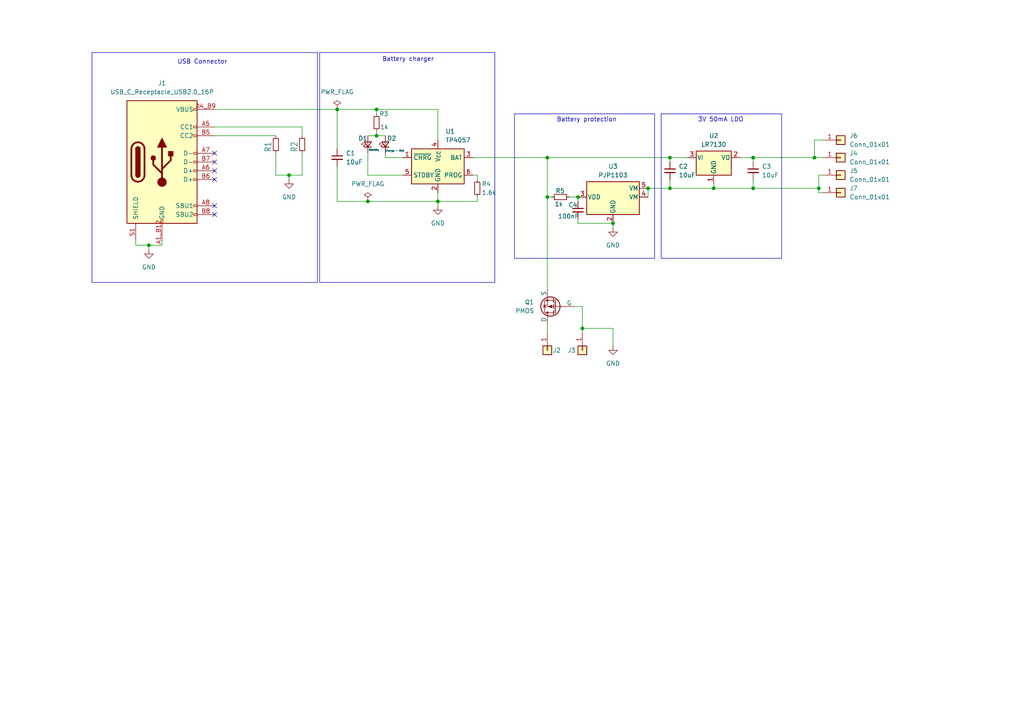
<source format=kicad_sch>
(kicad_sch (version 20231120) (generator "eeschema") (generator_version "8.0")
  (paper "A4")
  (lib_symbols
    (symbol "Battery_Management:TP4057"
      (property "Reference" "U" (at -6.35 6.604 0))
      (property "Value" "TP4057" (at 1.524 6.604 0))
      (symbol "TP4057_0_1"
        (rectangle (start -7.62 5.08) (end 7.62 -5.08) (stroke (width 0.254)) (fill (type background)))
      )
      (symbol "TP4057_1_1"
        (pin open_collector line (at -10.16 2.54 0) (length 2.54) (name "~{CHRG}") (number "1"))
        (pin power_in line (at 0 -7.62 90) (length 2.54) (name "GND") (number "2"))
        (pin power_out line (at 10.16 2.54 180) (length 2.54) (name "BAT") (number "3"))
        (pin power_in line (at 0 7.62 270) (length 2.54) (name "V_{CC}") (number "4"))
        (pin open_collector line (at -10.16 -2.54 0) (length 2.54) (name "STDBY") (number "5"))
        (pin passive line (at 10.16 -2.54 180) (length 2.54) (name "PROG") (number "6"))
      )
    )
    (symbol "Connector_Generic:Conn_01x01" (pin_names (offset 1.016) hide)
      (property "Reference" "J" (at 0 2.54 0))
      (property "Value" "Conn_01x01" (at 0 -2.54 0))
      (symbol "Conn_01x01_1_1"
        (rectangle (start -1.27 0.127) (end 0 -0.127) (stroke (width 0.1524)))
        (rectangle (start -1.27 1.27) (end 1.27 -1.27) (stroke (width 0.254)) (fill (type background)))
        (pin passive line (at -5.08 0 0) (length 3.81) (name "Pin_1") (number "1"))
      )
    )
    (symbol "Device:C_Small" (pin_numbers hide) (pin_names (offset 0.254) hide)
      (property "Reference" "C" (at 0.254 1.778 0))
      (property "Value" "C_Small" (at 0.254 -2.032 0))
      (symbol "C_Small_0_1"
        (polyline (pts (xy -1.524 -0.508) (xy 1.524 -0.508)) (stroke (width 0.3302)))
        (polyline (pts (xy -1.524 0.508) (xy 1.524 0.508)) (stroke (width 0.3048)))
      )
      (symbol "C_Small_1_1"
        (pin passive line (at 0 2.54 270) (length 2.032) (name "~") (number "1"))
        (pin passive line (at 0 -2.54 90) (length 2.032) (name "~") (number "2"))
      )
    )
    (symbol "Device:LED_Small" (pin_numbers hide) (pin_names (offset 0.254) hide)
      (property "Reference" "D" (at -1.27 3.175 0))
      (property "Value" "LED_Small" (at -4.445 -2.54 0))
      (symbol "LED_Small_0_1"
        (polyline (pts (xy -0.762 -1.016) (xy -0.762 1.016)) (stroke (width 0.254)))
        (polyline (pts (xy 1.016 0) (xy -0.762 0)))
        (polyline (pts (xy 0.762 -1.016) (xy -0.762 0) (xy 0.762 1.016) (xy 0.762 -1.016)) (stroke (width 0.254)))
        (polyline (pts (xy 0 0.762) (xy -0.508 1.27) (xy -0.254 1.27) (xy -0.508 1.27) (xy -0.508 1.016)))
        (polyline (pts (xy 0.508 1.27) (xy 0 1.778) (xy 0.254 1.778) (xy 0 1.778) (xy 0 1.524)))
      )
      (symbol "LED_Small_1_1"
        (pin passive line (at -2.54 0 0) (length 1.778) (name "K") (number "1"))
        (pin passive line (at 2.54 0 180) (length 1.778) (name "A") (number "2"))
      )
    )
    (symbol "Device:R_Small" (pin_numbers hide) (pin_names (offset 0.254) hide)
      (property "Reference" "R" (at 0.762 0.508 0))
      (property "Value" "R_Small" (at 0.762 -1.016 0))
      (symbol "R_Small_0_1"
        (rectangle (start -0.762 1.778) (end 0.762 -1.778) (stroke (width 0.2032)))
      )
      (symbol "R_Small_1_1"
        (pin passive line (at 0 2.54 270) (length 0.762) (name "~") (number "1"))
        (pin passive line (at 0 -2.54 90) (length 0.762) (name "~") (number "2"))
      )
    )
    (symbol "Enerwize:DEALON USB-TYPE-C-016" (pin_names (offset 1.016))
      (property "Reference" "J" (at 0 22.225 0))
      (property "Value" "DEALON USB-TYPE-C-016" (at 0 19.685 0))
      (symbol "DEALON USB-TYPE-C-016_0_0"
        (rectangle (start -0.254 -17.78) (end 0.254 -16.764))
        (rectangle (start 10.16 -14.986) (end 9.144 -15.494))
        (rectangle (start 10.16 -12.446) (end 9.144 -12.954))
        (rectangle (start 10.16 -4.826) (end 9.144 -5.334))
        (rectangle (start 10.16 -2.286) (end 9.144 -2.794))
        (rectangle (start 10.16 0.254) (end 9.144 -0.254))
        (rectangle (start 10.16 2.794) (end 9.144 2.286))
        (rectangle (start 10.16 7.874) (end 9.144 7.366))
        (rectangle (start 10.16 10.414) (end 9.144 9.906))
        (rectangle (start 10.16 15.494) (end 9.144 14.986))
      )
      (symbol "DEALON USB-TYPE-C-016_0_1"
        (rectangle (start -10.16 17.78) (end 10.16 -17.78) (stroke (width 0.254)) (fill (type background)))
        (arc (start -8.89 -3.81) (mid -6.985 -5.7067) (end -5.08 -3.81) (stroke (width 0.508)))
        (arc (start -7.62 -3.81) (mid -6.985 -4.4423) (end -6.35 -3.81) (stroke (width 0.254)))
        (arc (start -7.62 -3.81) (mid -6.985 -4.4423) (end -6.35 -3.81) (stroke (width 0.254)) (fill (type outline)))
        (rectangle (start -7.62 -3.81) (end -6.35 3.81) (stroke (width 0.254)) (fill (type outline)))
        (arc (start -6.35 3.81) (mid -6.985 4.4423) (end -7.62 3.81) (stroke (width 0.254)))
        (arc (start -6.35 3.81) (mid -6.985 4.4423) (end -7.62 3.81) (stroke (width 0.254)) (fill (type outline)))
        (arc (start -5.08 3.81) (mid -6.985 5.7067) (end -8.89 3.81) (stroke (width 0.508)))
        (circle (center -2.54 1.143) (radius 0.635) (stroke (width 0.254)) (fill (type outline)))
        (circle (center 0 -5.842) (radius 1.27) (fill (type outline)))
        (polyline (pts (xy -8.89 -3.81) (xy -8.89 3.81)) (stroke (width 0.508)))
        (polyline (pts (xy -5.08 3.81) (xy -5.08 -3.81)) (stroke (width 0.508)))
        (polyline (pts (xy 0 -5.842) (xy 0 4.318)) (stroke (width 0.508)))
        (polyline (pts (xy 0 -3.302) (xy -2.54 -0.762) (xy -2.54 0.508)) (stroke (width 0.508)))
        (polyline (pts (xy 0 -2.032) (xy 2.54 0.508) (xy 2.54 1.778)) (stroke (width 0.508)))
        (polyline (pts (xy -1.27 4.318) (xy 0 6.858) (xy 1.27 4.318) (xy -1.27 4.318)) (stroke (width 0.254)) (fill (type outline)))
        (rectangle (start 1.905 1.778) (end 3.175 3.048) (stroke (width 0.254)) (fill (type outline)))
      )
      (symbol "DEALON USB-TYPE-C-016_1_1"
        (pin passive line (at 0 -22.86 90) (length 5.08) (name "GND") (number "A1_B12"))
        (pin passive line (at 15.24 15.24 180) (length 5.08) (name "VBUS") (number "A4_B9"))
        (pin bidirectional line (at 15.24 10.16 180) (length 5.08) (name "CC1") (number "A5"))
        (pin bidirectional line (at 15.24 -2.54 180) (length 5.08) (name "D+") (number "A6"))
        (pin bidirectional line (at 15.24 2.54 180) (length 5.08) (name "D-") (number "A7"))
        (pin bidirectional line (at 15.24 -12.7 180) (length 5.08) (name "SBU1") (number "A8"))
        (pin passive line (at 0 -22.86 90) (length 5.08) hide (name "GND") (number "B1_A12"))
        (pin passive line (at 15.24 15.24 180) (length 5.08) hide (name "VBUS") (number "B4_A9"))
        (pin bidirectional line (at 15.24 7.62 180) (length 5.08) (name "CC2") (number "B5"))
        (pin bidirectional line (at 15.24 -5.08 180) (length 5.08) (name "D+") (number "B6"))
        (pin bidirectional line (at 15.24 0 180) (length 5.08) (name "D-") (number "B7"))
        (pin bidirectional line (at 15.24 -15.24 180) (length 5.08) (name "SBU2") (number "B8"))
        (pin passive line (at -7.62 -22.86 90) (length 5.08) (name "SHIELD") (number "S1"))
      )
    )
    (symbol "Enerwize:PJP1103" (pin_names (offset 0.254))
      (property "Reference" "U" (at -6.35 5.715 0))
      (property "Value" "PJP1103" (at 0 5.715 0))
      (symbol "PJP1103_0_1"
        (rectangle (start -7.62 4.445) (end 7.62 -5.08) (stroke (width 0.254)) (fill (type background)))
      )
      (symbol "PJP1103_1_1"
        (pin no_connect line (at -10.16 2.54 0) (length 2.54) hide (name "NC") (number "1"))
        (pin power_in line (at 0 -7.62 90) (length 2.54) (name "GND") (number "2"))
        (pin power_in line (at -10.16 0 0) (length 2.54) (name "VDD") (number "3"))
        (pin power_out line (at 10.16 0 180) (length 2.54) (name "VM") (number "4"))
        (pin power_out line (at 10.16 2.54 180) (length 2.54) (name "VM") (number "5"))
      )
    )
    (symbol "Regulator_Linear:TPS7A0530PDBZ" (pin_names (offset 0.254))
      (property "Reference" "U" (at -3.81 3.175 0))
      (property "Value" "TPS7A0530PDBZ" (at 0 3.175 0))
      (symbol "TPS7A0530PDBZ_0_1"
        (rectangle (start -5.08 -5.08) (end 5.08 1.905) (stroke (width 0.254)) (fill (type background)))
      )
      (symbol "TPS7A0530PDBZ_1_1"
        (pin power_in line (at 0 -7.62 90) (length 2.54) (name "GND") (number "1"))
        (pin power_out line (at 7.62 0 180) (length 2.54) (name "VO") (number "2"))
        (pin power_in line (at -7.62 0 0) (length 2.54) (name "VI") (number "3"))
      )
    )
    (symbol "Simulation_SPICE:PMOS" (pin_numbers hide) (pin_names (offset 0))
      (property "Reference" "Q1" (at 6.35 -1.2701 0))
      (property "Value" "PMOS" (at 6.35 1.2699 0))
      (symbol "PMOS_0_1"
        (polyline (pts (xy 0.254 0) (xy -2.54 0)))
        (polyline (pts (xy 0.254 1.905) (xy 0.254 -1.905)) (stroke (width 0.254)))
        (polyline (pts (xy 0.762 -1.27) (xy 0.762 -2.286)) (stroke (width 0.254)))
        (polyline (pts (xy 0.762 0.508) (xy 0.762 -0.508)) (stroke (width 0.254)))
        (polyline (pts (xy 0.762 2.286) (xy 0.762 1.27)) (stroke (width 0.254)))
        (polyline (pts (xy 2.54 2.54) (xy 2.54 1.778)))
        (polyline (pts (xy 2.54 -2.54) (xy 2.54 0) (xy 0.762 0)))
        (polyline (pts (xy 0.762 1.778) (xy 3.302 1.778) (xy 3.302 -1.778) (xy 0.762 -1.778)))
        (polyline (pts (xy 2.286 0) (xy 1.27 0.381) (xy 1.27 -0.381) (xy 2.286 0)) (fill (type outline)))
        (polyline (pts (xy 2.794 -0.508) (xy 2.921 -0.381) (xy 3.683 -0.381) (xy 3.81 -0.254)))
        (polyline (pts (xy 3.302 -0.381) (xy 2.921 0.254) (xy 3.683 0.254) (xy 3.302 -0.381)))
        (circle (center 1.651 0) (radius 2.794) (stroke (width 0.254)))
        (circle (center 2.54 -1.778) (radius 0.254) (fill (type outline)))
        (circle (center 2.54 1.778) (radius 0.254) (fill (type outline)))
      )
      (symbol "PMOS_1_1"
        (pin input line (at -5.08 0 0) (length 2.54) (name "G") (number "1"))
        (pin passive line (at 2.54 -5.08 90) (length 2.54) (name "S") (number "2"))
        (pin passive line (at 2.54 5.08 270) (length 2.54) (name "D") (number "3"))
      )
    )
    (symbol "power:GND" (power) (pin_numbers hide) (pin_names (offset 0) hide)
      (property "Value" "GND" (at 0 -3.81 0))
      (symbol "GND_0_1"
        (polyline (pts (xy 0 0) (xy 0 -1.27) (xy 1.27 -1.27) (xy 0 -2.54) (xy -1.27 -1.27) (xy 0 -1.27)))
      )
      (symbol "GND_1_1"
        (pin power_in line (at 0 0 270) (length 0) (name "~") (number "1"))
      )
    )
    (symbol "power:PWR_FLAG" (power) (pin_numbers hide) (pin_names (offset 0) hide)
      (property "Value" "PWR_FLAG" (at 0 3.81 0))
      (symbol "PWR_FLAG_0_0"
        (pin power_out line (at 0 0 90) (length 0) (name "~") (number "1"))
      )
      (symbol "PWR_FLAG_0_1"
        (polyline (pts (xy 0 0) (xy 0 1.27) (xy -1.016 1.905) (xy 0 2.54) (xy 1.016 1.905) (xy 0 1.27)))
      )
    )
  )
  (junction (at 168.91 95.25))
  (junction (at 237.49 54.61))
  (junction (at 43.18 71.12))
  (junction (at 109.22 39.37))
  (junction (at 83.82 50.8))
  (junction (at 194.31 45.72))
  (junction (at 194.31 54.61))
  (junction (at 158.75 57.15))
  (junction (at 127 58.42))
  (junction (at 218.44 54.61))
  (junction (at 207.01 54.61))
  (junction (at 218.44 45.72))
  (junction (at 236.22 45.72))
  (junction (at 106.68 58.42))
  (junction (at 187.96 54.61))
  (junction (at 109.22 31.75))
  (junction (at 158.75 45.72))
  (junction (at 167.64 57.15))
  (junction (at 97.79 31.75))
  (junction (at 177.8 64.77))
  (no_connect (at 62.23 49.53))
  (no_connect (at 62.23 44.45))
  (no_connect (at 62.23 46.99))
  (no_connect (at 62.23 62.23))
  (no_connect (at 62.23 52.07))
  (no_connect (at 62.23 59.69))
  (wire (pts (xy 111.76 45.72) (xy 116.84 45.72)))
  (wire (pts (xy 62.23 39.37) (xy 80.01 39.37)))
  (wire (pts (xy 237.49 54.61) (xy 237.49 50.8)))
  (wire (pts (xy 109.22 31.75) (xy 127 31.75)))
  (wire (pts (xy 167.64 57.15) (xy 165.1 57.15)))
  (wire (pts (xy 106.68 58.42) (xy 127 58.42)))
  (wire (pts (xy 106.68 50.8) (xy 106.68 44.45)))
  (wire (pts (xy 194.31 45.72) (xy 194.31 46.99)))
  (wire (pts (xy 43.18 71.12) (xy 43.18 72.39)))
  (wire (pts (xy 80.01 50.8) (xy 83.82 50.8)) (stroke (width 0.1524)))
  (wire (pts (xy 236.22 45.72) (xy 238.76 45.72)))
  (wire (pts (xy 236.22 40.64) (xy 236.22 45.72)))
  (wire (pts (xy 83.82 50.8) (xy 87.63 50.8)) (stroke (width 0.1524)))
  (wire (pts (xy 168.91 88.9) (xy 166.37 88.9)))
  (wire (pts (xy 177.8 66.04) (xy 177.8 64.77)))
  (wire (pts (xy 137.16 45.72) (xy 158.75 45.72)))
  (wire (pts (xy 168.91 96.52) (xy 168.91 95.25)))
  (wire (pts (xy 109.22 39.37) (xy 109.22 38.1)))
  (wire (pts (xy 111.76 44.45) (xy 111.76 45.72)))
  (wire (pts (xy 158.75 57.15) (xy 158.75 83.82)))
  (wire (pts (xy 187.96 54.61) (xy 187.96 57.15)))
  (wire (pts (xy 194.31 52.07) (xy 194.31 54.61)))
  (wire (pts (xy 138.43 50.8) (xy 138.43 52.07)))
  (wire (pts (xy 167.64 64.77) (xy 177.8 64.77)))
  (wire (pts (xy 87.63 44.45) (xy 87.63 46.99)))
  (wire (pts (xy 238.76 40.64) (xy 236.22 40.64)))
  (wire (pts (xy 177.8 95.25) (xy 168.91 95.25)))
  (wire (pts (xy 218.44 52.07) (xy 218.44 54.61)))
  (wire (pts (xy 218.44 54.61) (xy 237.49 54.61)))
  (wire (pts (xy 138.43 57.15) (xy 138.43 58.42)))
  (wire (pts (xy 62.23 31.75) (xy 97.79 31.75)))
  (wire (pts (xy 207.01 53.34) (xy 207.01 54.61)))
  (wire (pts (xy 218.44 54.61) (xy 207.01 54.61)))
  (wire (pts (xy 177.8 100.33) (xy 177.8 95.25)))
  (wire (pts (xy 127 59.69) (xy 127 58.42)))
  (wire (pts (xy 106.68 39.37) (xy 109.22 39.37)))
  (wire (pts (xy 237.49 50.8) (xy 238.76 50.8)))
  (wire (pts (xy 97.79 48.26) (xy 97.79 58.42)))
  (wire (pts (xy 158.75 93.98) (xy 158.75 96.52)))
  (wire (pts (xy 158.75 45.72) (xy 158.75 57.15)))
  (wire (pts (xy 187.96 54.61) (xy 194.31 54.61)))
  (wire (pts (xy 62.23 36.83) (xy 87.63 36.83)))
  (wire (pts (xy 160.02 57.15) (xy 158.75 57.15)))
  (wire (pts (xy 138.43 58.42) (xy 127 58.42)))
  (wire (pts (xy 87.63 36.83) (xy 87.63 39.37)))
  (wire (pts (xy 194.31 45.72) (xy 158.75 45.72)))
  (wire (pts (xy 167.64 57.15) (xy 167.64 58.42)))
  (wire (pts (xy 39.37 71.12) (xy 43.18 71.12)))
  (wire (pts (xy 194.31 45.72) (xy 199.39 45.72)))
  (wire (pts (xy 80.01 44.45) (xy 80.01 46.99)))
  (wire (pts (xy 97.79 31.75) (xy 109.22 31.75)))
  (wire (pts (xy 168.91 95.25) (xy 168.91 88.9)))
  (wire (pts (xy 127 55.88) (xy 127 58.42)))
  (wire (pts (xy 46.99 69.85) (xy 46.99 71.12)))
  (wire (pts (xy 218.44 45.72) (xy 236.22 45.72)))
  (wire (pts (xy 87.63 46.99) (xy 87.63 50.8)) (stroke (width 0.1524)))
  (wire (pts (xy 218.44 45.72) (xy 218.44 46.99)))
  (wire (pts (xy 109.22 39.37) (xy 111.76 39.37)))
  (wire (pts (xy 109.22 31.75) (xy 109.22 33.02)))
  (wire (pts (xy 97.79 31.75) (xy 97.79 43.18)))
  (wire (pts (xy 194.31 54.61) (xy 207.01 54.61)))
  (wire (pts (xy 214.63 45.72) (xy 218.44 45.72)))
  (wire (pts (xy 97.79 58.42) (xy 106.68 58.42)))
  (wire (pts (xy 39.37 69.85) (xy 39.37 71.12)))
  (wire (pts (xy 43.18 71.12) (xy 46.99 71.12)))
  (wire (pts (xy 167.64 64.77) (xy 167.64 63.5)))
  (wire (pts (xy 237.49 55.88) (xy 237.49 54.61)))
  (wire (pts (xy 127 31.75) (xy 127 40.64)))
  (wire (pts (xy 137.16 50.8) (xy 138.43 50.8)))
  (wire (pts (xy 80.01 50.8) (xy 80.01 46.99)) (stroke (width 0.1524)))
  (wire (pts (xy 106.68 50.8) (xy 116.84 50.8)))
  (wire (pts (xy 237.49 55.88) (xy 238.76 55.88)))
  (wire (pts (xy 83.82 52.07) (xy 83.82 50.8)))
  (rectangle (start 191.77 33.02) (end 226.695 74.93))
  (rectangle (start 92.71 15.24) (end 143.51 81.915))
  (rectangle (start 149.225 33.02) (end 189.865 74.93))
  (rectangle (start 26.67 15.24) (end 92.075 81.915))
  (text "USB Connector" (at 58.674 18.034 0) (effects (font (size 1.27 1.27))))
  (text "3V 50mA LDO" (at 209.042 34.798 0) (effects (font (size 1.27 1.27))))
  (text "Battery protection" (at 170.18 34.798 0) (effects (font (size 1.27 1.27))))
  (text "Battery charger" (at 118.364 17.272 0) (effects (font (size 1.27 1.27))))
  (symbol (lib_id "Connector_Generic:Conn_01x01") (at 243.84 55.88 0) (unit 1) (in_bom no)
    (property "Reference" "J7" (at 246.38 54.6099 0) (effects (justify left)))
    (property "Value" "Conn_01x01" (at 246.38 57.1499 0) (effects (justify left)))
    (property "Footprint" "Connector_Wire:SolderWirePad_1x01_SMD_1x2mm" (effects (hide yes)))
    (property "Description" "Generic connector, single row, 01x01, script generated (kicad-library-utils/schlib/autogen/connector/)" (effects (hide yes)))
    (property "LCSC Part #" "C2979182" (effects (hide yes)))
  )
  (symbol (lib_id "power:GND") (at 177.8 100.33 0) (unit 1)
    (property "Reference" "#PWR04" (effects (hide yes)))
    (property "Value" "GND" (at 177.8 105.41 0))
    (property "Description" "Power symbol creates a global label with name \"GND\" , ground" (effects (hide yes)))
  )
  (symbol (lib_id "power:GND") (at 83.82 52.07 0) (unit 1)
    (property "Reference" "#PWR02" (effects (hide yes)))
    (property "Value" "GND" (at 83.82 57.15 0))
    (property "Description" "Power symbol creates a global label with name \"GND\" , ground" (effects (hide yes)))
  )
  (symbol (lib_id "Device:R_Small") (at 138.43 54.61 0) (unit 1)
    (property "Reference" "R4" (at 139.7 53.34 0) (effects (justify left)))
    (property "Value" "1.6k" (at 139.7 55.88 0) (effects (justify left)))
    (property "Footprint" "Resistor_SMD:R_0603_1608Metric" (effects (hide yes)))
    (property "Description" "Resistor, small symbol" (effects (hide yes)))
    (property "LCSC Part #" "C2907085" (effects (hide yes)))
  )
  (symbol (lib_id "Device:R_Small") (at 109.22 35.56 0) (unit 1)
    (property "Reference" "R3" (at 109.982 33.02 0) (effects (justify left)))
    (property "Value" "1k" (at 110.236 36.83 0) (effects (justify left)))
    (property "Footprint" "Resistor_SMD:R_0603_1608Metric" (effects (hide yes)))
    (property "Description" "Resistor, small symbol" (effects (hide yes)))
    (property "LCSC Part #" "C2989112" (effects (hide yes)))
  )
  (symbol (lib_id "Device:C_Small") (at 97.79 45.72 0) (unit 1)
    (property "Reference" "C1" (at 100.33 44.4562 0) (effects (justify left)))
    (property "Value" "10uF" (at 100.33 46.9962 0) (effects (justify left)))
    (property "Footprint" "Capacitor_SMD:C_0603_1608Metric" (effects (hide yes)))
    (property "Description" "Unpolarized capacitor, small symbol" (effects (hide yes)))
    (property "LCSC Part #" "C2959727" (effects (hide yes)))
  )
  (symbol (lib_id "Device:R_Small") (at 87.63 41.91 180) (unit 1)
    (property "Reference" "R2" (at 86.36 44.196 90) (effects (font (size 1.778 1.5113)) (justify right top)))
    (property "Value" "5.1K" (effects (hide yes)))
    (property "Footprint" "Resistor_SMD:R_0603_1608Metric" (effects (hide yes)))
    (property "Description" "Resistor, small symbol" (effects (hide yes)))
    (property "Manufacturer" "VO" (effects (hide yes)))
    (property "Mfg Part #" "SCR0603F5K1" (effects (hide yes)))
    (property "LCSC Part #" "C3016319" (effects (hide yes)))
  )
  (symbol (lib_id "Device:R_Small") (at 162.56 57.15 90) (unit 1)
    (property "Reference" "R5" (at 163.83 55.372 90) (effects (justify left)))
    (property "Value" "1k" (at 163.322 59.182 90) (effects (justify left)))
    (property "Footprint" "Resistor_SMD:R_0603_1608Metric" (effects (hide yes)))
    (property "Description" "Resistor, small symbol" (effects (hide yes)))
    (property "LCSC Part #" "C2989112" (effects (hide yes)))
  )
  (symbol (lib_id "Connector_Generic:Conn_01x01") (at 243.84 40.64 0) (unit 1) (in_bom no)
    (property "Reference" "J6" (at 246.38 39.3699 0) (effects (justify left)))
    (property "Value" "Conn_01x01" (at 246.38 41.9099 0) (effects (justify left)))
    (property "Footprint" "Connector_Wire:SolderWirePad_1x01_SMD_1x2mm" (effects (hide yes)))
    (property "Description" "Generic connector, single row, 01x01, script generated (kicad-library-utils/schlib/autogen/connector/)" (effects (hide yes)))
    (property "LCSC Part #" "C2979182" (effects (hide yes)))
  )
  (symbol (lib_id "power:PWR_FLAG") (at 97.79 31.75 0) (unit 1)
    (property "Reference" "#FLG01" (effects (hide yes)))
    (property "Value" "PWR_FLAG" (at 97.79 26.67 0))
    (property "Description" "Special symbol for telling ERC where power comes from" (effects (hide yes)))
  )
  (symbol (lib_id "Device:C_Small") (at 218.44 49.53 0) (unit 1)
    (property "Reference" "C3" (at 220.98 48.2662 0) (effects (justify left)))
    (property "Value" "10uF" (at 220.98 50.8062 0) (effects (justify left)))
    (property "Footprint" "Capacitor_SMD:C_0603_1608Metric" (effects (hide yes)))
    (property "Description" "Unpolarized capacitor, small symbol" (effects (hide yes)))
    (property "LCSC Part #" "C2959727" (effects (hide yes)))
  )
  (symbol (lib_id "Enerwize:PJP1103") (at 177.8 57.15 0) (unit 1)
    (property "Reference" "U3" (at 177.8 48.26 0))
    (property "Value" "PJP1103" (at 177.8 50.8 0))
    (property "Footprint" "Package_TO_SOT_SMD:SOT-23-5" (effects (hide yes)))
    (property "Datasheet" "https://www.lcsc.com/datasheet/lcsc_datasheet_2408261122_PJSEMI-PJP1103ASE_C41368017.pdf" (effects (hide yes)))
    (property "Description" "Lithium-ion/Polymer 1 2A SOT-23-5 Battery Management" (effects (hide yes)))
    (property "LCSC Part #" "C41368017" (effects (hide yes)))
  )
  (symbol (lib_id "Simulation_SPICE:PMOS") (at 161.29 88.9 180) (unit 1)
    (property "Reference" "Q1" (at 154.94 87.6299 0) (effects (justify left)))
    (property "Value" "PMOS" (at 154.94 90.1699 0) (effects (justify left)))
    (property "Footprint" "Package_TO_SOT_SMD:SOT-23" (effects (hide yes)))
    (property "Datasheet" "https://ngspice.sourceforge.io/docs/ngspice-html-manual/manual.xhtml#cha_MOSFETs" (effects (hide yes)))
    (property "Description" "P-MOSFET transistor, drain/source/gate" (effects (hide yes)))
    (property "Sim.Device" "PMOS" (effects (hide yes)))
    (property "Sim.Type" "VDMOS" (effects (hide yes)))
    (property "Sim.Pins" "1=D 2=G 3=S" (effects (hide yes)))
    (property "LCSC Part #" "C347488" (effects (hide yes)))
  )
  (symbol (lib_id "Connector_Generic:Conn_01x01") (at 243.84 50.8 0) (unit 1) (in_bom no)
    (property "Reference" "J5" (at 246.38 49.5299 0) (effects (justify left)))
    (property "Value" "Conn_01x01" (at 246.38 52.0699 0) (effects (justify left)))
    (property "Footprint" "Connector_Wire:SolderWirePad_1x01_SMD_1x2mm" (effects (hide yes)))
    (property "Description" "Generic connector, single row, 01x01, script generated (kicad-library-utils/schlib/autogen/connector/)" (effects (hide yes)))
    (property "LCSC Part #" "C2979182" (effects (hide yes)))
  )
  (symbol (lib_id "Device:R_Small") (at 80.01 41.91 180) (unit 1)
    (property "Reference" "R1" (at 78.74 44.196 90) (effects (font (size 1.778 1.5113)) (justify right top)))
    (property "Value" "5.1K" (effects (hide yes)))
    (property "Footprint" "Resistor_SMD:R_0603_1608Metric" (effects (hide yes)))
    (property "Description" "Resistor, small symbol" (effects (hide yes)))
    (property "Manufacturer" "VO" (effects (hide yes)))
    (property "Mfg Part #" "SCR0603F5K1" (effects (hide yes)))
    (property "LCSC Part #" "C3016319" (effects (hide yes)))
  )
  (symbol (lib_id "Connector_Generic:Conn_01x01") (at 158.75 101.6 270) (unit 1)
    (property "Reference" "J2" (at 160.274 101.6 90) (effects (justify left)))
    (property "Value" "Conn_01x01" (effects (hide yes)))
    (property "Footprint" "Enerwize:MYOUNG MY-18650-02" (effects (hide yes)))
    (property "Description" "Generic connector, single row, 01x01, script generated (kicad-library-utils/schlib/autogen/connector/)" (effects (hide yes)))
    (property "LCSC Part #" "C2979182" (effects (hide yes)))
  )
  (symbol (lib_id "Device:LED_Small") (at 106.68 41.91 90) (unit 1)
    (property "Reference" "D1" (at 103.886 40.132 90) (effects (justify right)))
    (property "Value" "Standby" (at 106.934 43.434 90) (effects (font (size 0.5 0.5)) (justify right)))
    (property "Footprint" "LED_SMD:LED_0603_1608Metric" (effects (hide yes)))
    (property "Description" "Light emitting diode, small symbol" (effects (hide yes)))
    (property "LCSC Part #" "C7496818" (effects (hide yes)))
  )
  (symbol (lib_id "Device:C_Small") (at 194.31 49.53 0) (unit 1)
    (property "Reference" "C2" (at 196.85 48.2662 0) (effects (justify left)))
    (property "Value" "10uF" (at 196.85 50.8062 0) (effects (justify left)))
    (property "Footprint" "Capacitor_SMD:C_0603_1608Metric" (effects (hide yes)))
    (property "Description" "Unpolarized capacitor, small symbol" (effects (hide yes)))
    (property "LCSC Part #" "C2959727" (effects (hide yes)))
  )
  (symbol (lib_id "Regulator_Linear:TPS7A0530PDBZ") (at 207.01 45.72 0) (unit 1)
    (property "Reference" "U2" (at 207.01 39.37 0))
    (property "Value" "LR7130" (at 207.01 41.91 0))
    (property "Footprint" "Package_TO_SOT_SMD:SOT-23" (effects (hide yes)))
    (property "Datasheet" "https://www.lcsc.com/datasheet/lcsc_datasheet_2011031109_LR-LR7130-T_C914126.pdf" (effects (hide yes)))
    (property "Description" "LDO 50mA, 3.0V, SOT-23-3" (effects (hide yes)))
    (property "LCSC Part #" "C914126" (effects (hide yes)))
  )
  (symbol (lib_id "Enerwize:DEALON USB-TYPE-C-016") (at 46.99 46.99 0) (unit 1)
    (property "Reference" "J1" (at 46.99 24.13 0))
    (property "Value" "USB_C_Receptacle_USB2.0_16P" (at 46.99 26.67 0))
    (property "Footprint" "Enerwize:DEALON USB-TYPE-C-016" (effects (hide yes)))
    (property "Datasheet" "https://www.usb.org/sites/default/files/documents/usb_type-c.zip" (effects (hide yes)))
    (property "Description" "3A 1 Sink board 16P Female -25℃~+85℃ Type-C SMD USB Connectors ROHS" (effects (hide yes)))
    (property "Order" "https://www.lcsc.com/product-detail/USB-Connectors_DEALON-USB-TYPE-C-016_C2927036.html" (effects (hide yes)))
    (property "LCSC Part #" "C2927036" (effects (hide yes)))
  )
  (symbol (lib_id "Battery_Management:TP4057") (at 127 48.26 0) (unit 1)
    (property "Reference" "U1" (at 129.1941 38.1 0) (effects (justify left)))
    (property "Value" "TP4057" (at 129.1941 40.64 0) (effects (justify left)))
    (property "Footprint" "Package_TO_SOT_SMD:TSOT-23-6" (effects (hide yes)))
    (property "Datasheet" "https://www.lcsc.com/datasheet/lcsc_datasheet_2409241407_UMW-Youtai-Semiconductor-Co---Ltd--TP4057_C725791.pdf" (effects (hide yes)))
    (property "Description" "Constant-current/constant-voltage linear charger for single cell lithium-ion batteries with 2.9V Trickle Charge, 4.5V to 6.5V VDD, -40 to +85 degree Celsius, TSOT-23-5" (effects (hide yes)))
    (property "LCSC Part #" "C7473159" (effects (hide yes)))
  )
  (symbol (lib_id "Connector_Generic:Conn_01x01") (at 168.91 101.6 90) (mirror x) (unit 1)
    (property "Reference" "J3" (at 164.592 101.6 90) (effects (justify right)))
    (property "Value" "Conn_01x01" (effects (hide yes)))
    (property "Footprint" "Enerwize:MYOUNG MY-18650-02" (effects (hide yes)))
    (property "Description" "Generic connector, single row, 01x01, script generated (kicad-library-utils/schlib/autogen/connector/)" (effects (hide yes)))
    (property "LCSC Part #" "C2979182" (effects (hide yes)))
  )
  (symbol (lib_id "power:GND") (at 127 59.69 0) (unit 1)
    (property "Reference" "#PWR03" (effects (hide yes)))
    (property "Value" "GND" (at 127 64.77 0))
    (property "Description" "Power symbol creates a global label with name \"GND\" , ground" (effects (hide yes)))
  )
  (symbol (lib_id "Connector_Generic:Conn_01x01") (at 243.84 45.72 0) (unit 1) (in_bom no)
    (property "Reference" "J4" (at 246.38 44.4499 0) (effects (justify left)))
    (property "Value" "Conn_01x01" (at 246.38 46.9899 0) (effects (justify left)))
    (property "Footprint" "Connector_Wire:SolderWirePad_1x01_SMD_1x2mm" (effects (hide yes)))
    (property "Description" "Generic connector, single row, 01x01, script generated (kicad-library-utils/schlib/autogen/connector/)" (effects (hide yes)))
    (property "LCSC Part #" "C2979182" (effects (hide yes)))
  )
  (symbol (lib_id "power:PWR_FLAG") (at 106.68 58.42 0) (unit 1)
    (property "Reference" "#FLG02" (effects (hide yes)))
    (property "Value" "PWR_FLAG" (at 106.68 53.34 0))
    (property "Description" "Special symbol for telling ERC where power comes from" (effects (hide yes)))
  )
  (symbol (lib_id "Device:LED_Small") (at 111.76 41.91 90) (unit 1)
    (property "Reference" "D2" (at 112.268 40.132 90) (effects (justify right)))
    (property "Value" "Charge - Red" (at 111.76 43.688 90) (effects (font (size 0.5 0.5)) (justify right)))
    (property "Footprint" "LED_SMD:LED_0603_1608Metric" (effects (hide yes)))
    (property "Description" "Light emitting diode, small symbol" (effects (hide yes)))
    (property "LCSC Part #" "C965798" (effects (hide yes)))
  )
  (symbol (lib_id "Device:C_Small") (at 167.64 60.96 0) (unit 1)
    (property "Reference" "C4" (at 164.846 59.436 0) (effects (justify left)))
    (property "Value" "100nF" (at 161.798 62.738 0) (effects (justify left)))
    (property "Footprint" "Capacitor_SMD:C_0603_1608Metric" (effects (hide yes)))
    (property "Description" "Unpolarized capacitor, small symbol" (effects (hide yes)))
    (property "LCSC Part #" "C88136" (effects (hide yes)))
  )
  (symbol (lib_id "power:GND") (at 43.18 72.39 0) (unit 1)
    (property "Reference" "#PWR01" (effects (hide yes)))
    (property "Value" "GND" (at 43.18 77.47 0))
    (property "Description" "Power symbol creates a global label with name \"GND\" , ground" (effects (hide yes)))
  )
  (symbol (lib_id "power:GND") (at 177.8 66.04 0) (unit 1)
    (property "Reference" "#PWR05" (effects (hide yes)))
    (property "Value" "GND" (at 177.8 71.12 0))
    (property "Description" "Power symbol creates a global label with name \"GND\" , ground" (effects (hide yes)))
  )
)
</source>
